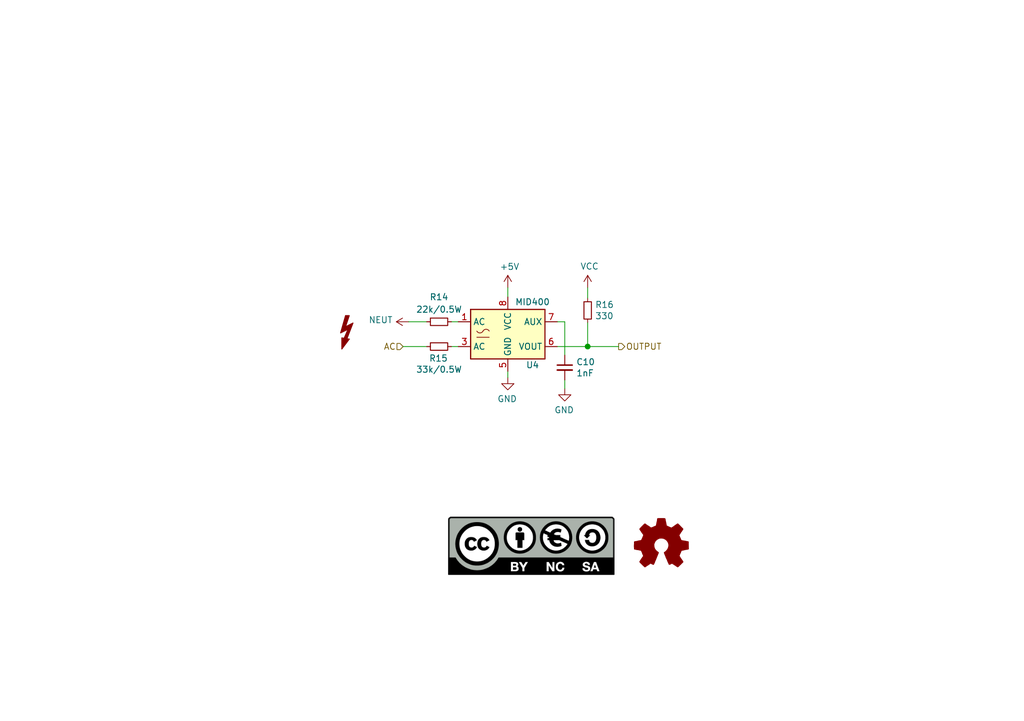
<source format=kicad_sch>
(kicad_sch (version 20201015) (generator eeschema)
  (paper "A5")
  (title_block (title "MadPresso controller") (date "2021-01-08") (rev "1.3"))
  (lib_symbols
    (symbol "Device:C_Small" (pin_numbers hide) (pin_names (offset 0.254) hide)
      (property "Reference" "C" (at 0.254 1.778 0))
      (property "Value" "C_Small" (at 0.254 -2.032 0))
      (symbol "C_Small_0_1"
        (polyline (pts (xy -1.524 -0.508) (xy 1.524 -0.508)) (stroke (width 0.3302)))
        (polyline (pts (xy -1.524 0.508) (xy 1.524 0.508)) (stroke (width 0.3048)))
      )
      (symbol "C_Small_1_1"
        (pin passive line (at 0 2.54 270) (length 2.032) (name "~") (number "1"))
        (pin passive line (at 0 -2.54 90) (length 2.032) (name "~") (number "2"))
      )
    )
    (symbol "Device:R_Small" (pin_numbers hide) (pin_names (offset 0.254) hide)
      (property "Reference" "R" (at 0.762 0.508 0))
      (property "Value" "R_Small" (at 0.762 -1.016 0))
      (symbol "R_Small_0_1"
        (rectangle (start -0.762 1.778) (end 0.762 -1.778) (stroke (width 0.2032)))
      )
      (symbol "R_Small_1_1"
        (pin passive line (at 0 2.54 270) (length 0.762) (name "~") (number "1"))
        (pin passive line (at 0 -2.54 90) (length 0.762) (name "~") (number "2"))
      )
    )
    (symbol "Graphic:Logo_Open_Hardware_Small" (pin_names (offset 1.016))
      (symbol "Logo_Open_Hardware_Small_0_1"
        (polyline (pts (xy 3.3528 -4.3434) (xy 3.302 -4.318) (xy 3.175 -4.2418) (xy 2.9972 -4.1148) (xy 2.7686 -3.9624) (xy 2.54 -3.81) (xy 2.3622 -3.7084) (xy 2.2352 -3.6068) (xy 2.1844 -3.5814) (xy 2.159 -3.6068) (xy 2.0574 -3.6576) (xy 1.905 -3.7338) (xy 1.8034 -3.7846) (xy 1.6764 -3.8354) (xy 1.6002 -3.8354) (xy 1.6002 -3.8354) (xy 1.5494 -3.7338) (xy 1.4732 -3.5306) (xy 1.3462 -3.302) (xy 1.2446 -3.0226) (xy 1.1176 -2.7178) (xy 0.9652 -2.413) (xy 0.8636 -2.1082) (xy 0.7366 -1.8288) (xy 0.6604 -1.6256) (xy 0.6096 -1.4732) (xy 0.5842 -1.397) (xy 0.5842 -1.397) (xy 0.6604 -1.3208) (xy 0.7874 -1.2446) (xy 1.0414 -1.016) (xy 1.2954 -0.6858) (xy 1.4478 -0.3302) (xy 1.524 0.0762) (xy 1.4732 0.4572) (xy 1.3208 0.8128) (xy 1.0668 1.143) (xy 0.762 1.3716) (xy 0.4064 1.524) (xy 0 1.5748) (xy -0.381 1.5494) (xy -0.7366 1.397) (xy -1.0668 1.143) (xy -1.2192 0.9906) (xy -1.397 0.6604) (xy -1.524 0.3048) (xy -1.524 0.2286) (xy -1.4986 -0.1778) (xy -1.397 -0.5334) (xy -1.1938 -0.8636) (xy -0.9144 -1.143) (xy -0.8636 -1.1684) (xy -0.7366 -1.27) (xy -0.635 -1.3462) (xy -0.5842 -1.397) (xy -1.0668 -2.5908) (xy -1.143 -2.794) (xy -1.2954 -3.1242) (xy -1.397 -3.4036) (xy -1.4986 -3.6322) (xy -1.5748 -3.7846) (xy -1.6002 -3.8354) (xy -1.6002 -3.8354) (xy -1.651 -3.8354) (xy -1.7272 -3.81) (xy -1.905 -3.7338) (xy -2.0066 -3.683) (xy -2.1336 -3.6068) (xy -2.2098 -3.5814) (xy -2.2606 -3.6068) (xy -2.3622 -3.683) (xy -2.54 -3.81) (xy -2.7686 -3.9624) (xy -2.9718 -4.0894) (xy -3.1496 -4.2164) (xy -3.302 -4.318) (xy -3.3528 -4.3434) (xy -3.3782 -4.3434) (xy -3.429 -4.318) (xy -3.5306 -4.2164) (xy -3.7084 -4.064) (xy -3.937 -3.8354) (xy -3.9624 -3.81) (xy -4.1656 -3.6068) (xy -4.318 -3.4544) (xy -4.4196 -3.3274) (xy -4.445 -3.2766) (xy -4.445 -3.2766) (xy -4.4196 -3.2258) (xy -4.318 -3.0734) (xy -4.2164 -2.8956) (xy -4.064 -2.667) (xy -3.6576 -2.0828) (xy -3.8862 -1.5494) (xy -3.937 -1.3716) (xy -4.0386 -1.1684) (xy -4.0894 -1.0414) (xy -4.1148 -0.9652) (xy -4.191 -0.9398) (xy -4.318 -0.9144) (xy -4.5466 -0.8636) (xy -4.8006 -0.8128) (xy -5.0546 -0.7874) (xy -5.2578 -0.7366) (xy -5.4356 -0.7112) (xy -5.5118 -0.6858) (xy -5.5118 -0.6858) (xy -5.5372 -0.635) (xy -5.5372 -0.5588) (xy -5.5372 -0.4318) (xy -5.5626 -0.2286) (xy -5.5626 0.0762) (xy -5.5626 0.127) (xy -5.5372 0.4064) (xy -5.5372 0.635) (xy -5.5372 0.762) (xy -5.5372 0.8382) (xy -5.5372 0.8382) (xy -5.461 0.8382) (xy -5.3086 0.889) (xy -5.08 0.9144) (xy -4.826 0.9652) (xy -4.8006 0.9906) (xy -4.5466 1.0414) (xy -4.318 1.0668) (xy -4.1656 1.1176) (xy -4.0894 1.143) (xy -4.0894 1.143) (xy -4.0386 1.2446) (xy -3.9624 1.4224) (xy -3.8608 1.6256) (xy -3.7846 1.8288) (xy -3.7084 2.0066) (xy -3.6576 2.159) (xy -3.6322 2.2098) (xy -3.6322 2.2098) (xy -3.683 2.286) (xy -3.7592 2.413) (xy -3.8862 2.5908) (xy -4.064 2.8194) (xy -4.064 2.8448) (xy -4.2164 3.0734) (xy -4.3434 3.2512) (xy -4.4196 3.3782) (xy -4.445 3.4544) (xy -4.445 3.4544) (xy -4.3942 3.5052) (xy -4.2926 3.6322) (xy -4.1148 3.81) (xy -3.937 4.0132) (xy -3.8608 4.064) (xy -3.6576 4.2926) (xy -3.5052 4.4196) (xy -3.4036 4.4958) (xy -3.3528 4.5212) (xy -3.3528 4.5212) (xy -3.302 4.4704) (xy -3.1496 4.3688) (xy -2.9718 4.2418) (xy -2.7432 4.0894) (xy -2.7178 4.0894) (xy -2.4892 3.937) (xy -2.3114 3.81) (xy -2.1844 3.7084) (xy -2.1336 3.683) (xy -2.1082 3.683) (xy -2.032 3.7084) (xy -1.8542 3.7592) (xy -1.6764 3.8354) (xy -1.4732 3.937) (xy -1.27 4.0132) (xy -1.143 4.064) (xy -1.0668 4.1148) (xy -1.0668 4.1148) (xy -1.0414 4.191) (xy -1.016 4.3434) (xy -0.9652 4.572) (xy -0.9144 4.8514) (xy -0.889 4.9022) (xy -0.8382 5.1562) (xy -0.8128 5.3848) (xy -0.7874 5.5372) (xy -0.762 5.588) (xy -0.7112 5.6134) (xy -0.5842 5.6134) (xy -0.4064 5.6134) (xy -0.1524 5.6134) (xy 0.0762 5.6134) (xy 0.3302 5.6134) (xy 0.5334 5.6134) (xy 0.6858 5.588) (xy 0.7366 5.588) (xy 0.7366 5.588) (xy 0.762 5.5118) (xy 0.8128 5.334) (xy 0.8382 5.1054) (xy 0.9144 4.826) (xy 0.9144 4.7752) (xy 0.9652 4.5212) (xy 1.016 4.2926) (xy 1.0414 4.1402) (xy 1.0668 4.0894) (xy 1.0668 4.0894) (xy 1.1938 4.0386) (xy 1.3716 3.9624) (xy 1.5748 3.8608) (xy 2.0828 3.6576) (xy 2.7178 4.0894) (xy 2.7686 4.1402) (xy 2.9972 4.2926) (xy 3.175 4.4196) (xy 3.302 4.4958) (xy 3.3782 4.5212) (xy 3.3782 4.5212) (xy 3.429 4.4704) (xy 3.556 4.3434) (xy 3.7338 4.191) (xy 3.9116 3.9878) (xy 4.064 3.8354) (xy 4.2418 3.6576) (xy 4.3434 3.556) (xy 4.4196 3.4798) (xy 4.4196 3.429) (xy 4.4196 3.4036) (xy 4.3942 3.3274) (xy 4.2926 3.2004) (xy 4.1656 2.9972) (xy 4.0132 2.794) (xy 3.8862 2.5908) (xy 3.7592 2.3876) (xy 3.6576 2.2352) (xy 3.6322 2.159) (xy 3.6322 2.1336) (xy 3.683 2.0066) (xy 3.7592 1.8288) (xy 3.8608 1.6002) (xy 4.064 1.1176) (xy 4.3942 1.0414) (xy 4.5974 1.016) (xy 4.8768 0.9652) (xy 5.1308 0.9144) (xy 5.5372 0.8382) (xy 5.5626 -0.6604) (xy 5.4864 -0.6858) (xy 5.4356 -0.6858) (xy 5.2832 -0.7366) (xy 5.0546 -0.762) (xy 4.8006 -0.8128) (xy 4.5974 -0.8636) (xy 4.3688 -0.9144) (xy 4.2164 -0.9398) (xy 4.1402 -0.9398) (xy 4.1148 -0.9652) (xy 4.064 -1.0668) (xy 3.9878 -1.2446) (xy 3.9116 -1.4478) (xy 3.81 -1.651) (xy 3.7338 -1.8542) (xy 3.683 -2.0066) (xy 3.6576 -2.0828) (xy 3.683 -2.1336) (xy 3.7846 -2.2606) (xy 3.8862 -2.4638) (xy 4.0386 -2.667) (xy 4.191 -2.8956) (xy 4.318 -3.0734) (xy 4.3942 -3.2004) (xy 4.445 -3.2766) (xy 4.4196 -3.3274) (xy 4.3434 -3.429) (xy 4.1656 -3.5814) (xy 3.937 -3.8354) (xy 3.8862 -3.8608) (xy 3.683 -4.064) (xy 3.5306 -4.2164) (xy 3.4036 -4.318) (xy 3.3528 -4.3434)) (fill (type outline)))
      )
    )
    (symbol "Graphic:SYM_Flash_Small" (pin_names (offset 1.016))
      (symbol "SYM_Flash_Small_0_1"
        (polyline (pts (xy 0.508 -1.016) (xy -1.016 -0.762) (xy -1.016 -3.048) (xy 0.508 -1.016)) (stroke (width 0.2032)) (fill (type outline)))
        (polyline (pts (xy -0.254 3.81) (xy 0.508 3.81) (xy -0.254 1.524) (xy 1.27 2.286) (xy 0 -1.016) (xy -0.508 -0.762) (xy 0.254 1.016) (xy -1.27 0.254) (xy -0.254 3.81)) (stroke (width 0.2032)) (fill (type outline)))
      )
    )
    (symbol "Isolator:MID400"
      (property "Reference" "U" (at 5.715 6.985 0))
      (property "Value" "MID400" (at 5.715 8.89 0))
      (symbol "MID400_0_1"
        (arc (start -6.35 0.635) (end -5.08 0.635) (radius (at -5.715 0.9652) (length 0.7112) (angles -152.5 -27.5)))
        (arc (start -3.81 0.635) (end -5.08 0.635) (radius (at -4.445 0.2794) (length 0.7366) (angles 29.2 150.8)))
        (rectangle (start -7.62 5.08) (end 7.62 -5.08) (stroke (width 0.254)) (fill (type background)))
        (polyline (pts (xy -6.35 -0.635) (xy -3.81 -0.635)))
      )
      (symbol "MID400_1_1"
        (pin input line (at -10.16 2.54 0) (length 2.54) (name "AC") (number "1"))
        (pin unconnected line (at -10.16 0 0) (length 2.54) hide (name "NC") (number "2"))
        (pin input line (at -10.16 -2.54 0) (length 2.54) (name "AC") (number "3"))
        (pin unconnected line (at 10.16 0 180) (length 2.54) hide (name "NC") (number "4"))
        (pin power_in line (at 0 -7.62 90) (length 2.54) (name "GND") (number "5"))
        (pin open_collector line (at 10.16 -2.54 180) (length 2.54) (name "VOUT") (number "6"))
        (pin passive line (at 10.16 2.54 180) (length 2.54) (name "AUX") (number "7"))
        (pin power_in line (at 0 7.62 270) (length 2.54) (name "VCC") (number "8"))
      )
    )
    (symbol "power:+5V" (power) (pin_names (offset 0))
      (property "Value" "+5V" (at 0 3.556 0))
      (symbol "+5V_0_1"
        (polyline (pts (xy -0.762 1.27) (xy 0 2.54)))
        (polyline (pts (xy 0 0) (xy 0 2.54)))
        (polyline (pts (xy 0 2.54) (xy 0.762 1.27)))
      )
      (symbol "+5V_1_1"
        (pin power_in line (at 0 0 90) (length 0) hide (name "+5V") (number "1"))
      )
    )
    (symbol "power:GND" (power) (pin_names (offset 0))
      (property "Value" "GND" (at 0 -3.81 0))
      (symbol "GND_0_1"
        (polyline (pts (xy 0 0) (xy 0 -1.27) (xy 1.27 -1.27) (xy 0 -2.54) (xy -1.27 -1.27) (xy 0 -1.27)))
      )
      (symbol "GND_1_1"
        (pin power_in line (at 0 0 270) (length 0) hide (name "GND") (number "1"))
      )
    )
    (symbol "power:NEUT" (power) (pin_names (offset 0))
      (property "Value" "NEUT" (at 0 3.81 0))
      (symbol "NEUT_0_1"
        (polyline (pts (xy -0.762 1.27) (xy 0 2.54)))
        (polyline (pts (xy 0 0) (xy 0 2.54)))
        (polyline (pts (xy 0 2.54) (xy 0.762 1.27)))
      )
      (symbol "NEUT_1_1"
        (pin power_in line (at 0 0 90) (length 0) hide (name "NEUT") (number "1"))
      )
    )
    (symbol "power:VCC" (power) (pin_names (offset 0))
      (property "Value" "VCC" (at 0 3.81 0))
      (symbol "VCC_0_1"
        (polyline (pts (xy -0.762 1.27) (xy 0 2.54)))
        (polyline (pts (xy 0 0) (xy 0 2.54)))
        (polyline (pts (xy 0 2.54) (xy 0.762 1.27)))
      )
      (symbol "VCC_1_1"
        (pin power_in line (at 0 0 90) (length 0) hide (name "VCC") (number "1"))
      )
    )
  )
  (junction (at 120.523 71.12) (diameter 1.016))
  (wire (pts (xy 82.677 71.12) (xy 87.503 71.12)))
  (wire (pts (xy 83.82 66.04) (xy 87.503 66.04)))
  (wire (pts (xy 92.583 66.04) (xy 93.98 66.04)))
  (wire (pts (xy 92.583 71.12) (xy 93.98 71.12)))
  (wire (pts (xy 104.14 59.055) (xy 104.14 60.96)))
  (wire (pts (xy 104.14 76.2) (xy 104.14 77.47)))
  (wire (pts (xy 114.3 66.04) (xy 115.824 66.04)))
  (wire (pts (xy 114.3 71.12) (xy 120.523 71.12)))
  (wire (pts (xy 115.824 66.04) (xy 115.824 72.898)))
  (wire (pts (xy 115.824 77.978) (xy 115.824 79.756)))
  (wire (pts (xy 120.523 59.055) (xy 120.523 61.1632)))
  (wire (pts (xy 120.523 71.12) (xy 120.523 66.2432)))
  (wire (pts (xy 120.523 71.12) (xy 126.873 71.12)))
  (image (at 108.966 112.014))
  (hierarchical_label "AC" (shape input) (at 82.677 71.12 180))
  (hierarchical_label "OUTPUT" (shape output) (at 126.873 71.12 0))
  (symbol (lib_id "power:NEUT") (at 83.82 66.04 90)
    (property "Reference" "#PWR035" (effects hide))
    (property "Value" "NEUT" (at 80.5688 65.659 90) (effects (justify left)))
  )
  (symbol (lib_id "power:+5V") (at 104.14 59.055 0)
    (property "Reference" "#PWR036" (effects hide))
    (property "Value" "+5V" (at 104.5083 54.7306 0))
  )
  (symbol (lib_id "power:VCC") (at 120.523 59.055 0)
    (property "Reference" "#PWR039" (effects hide))
    (property "Value" "VCC" (at 120.904 54.6608 0))
  )
  (symbol (lib_id "power:GND") (at 104.14 77.47 0) (mirror y)
    (property "Reference" "#PWR037" (effects hide))
    (property "Value" "GND" (at 104.013 81.8642 0))
  )
  (symbol (lib_id "power:GND") (at 115.824 79.756 0) (mirror y)
    (property "Reference" "#PWR038" (effects hide))
    (property "Value" "GND" (at 115.697 84.1502 0))
  )
  (symbol (lib_id "Device:R_Small") (at 90.043 66.04 90)
    (property "Reference" "R14" (at 90.043 60.96 90))
    (property "Value" "22k/0.5W" (at 90.043 63.5 90))
    (property "Footprint" "Resistor_SMD:R_1206_3216Metric_Pad1.30x1.75mm_HandSolder" (effects hide))
  )
  (symbol (lib_id "Device:R_Small") (at 90.043 71.12 90)
    (property "Reference" "R15" (at 89.916 73.533 90))
    (property "Value" "33k/0.5W" (at 90.043 75.819 90))
    (property "Footprint" "Resistor_SMD:R_1206_3216Metric_Pad1.30x1.75mm_HandSolder" (effects hide))
  )
  (symbol (lib_id "Device:R_Small") (at 120.523 63.7032 0)
    (property "Reference" "R16" (at 122.0216 62.5348 0) (effects (justify left)))
    (property "Value" "330" (at 122.0216 64.8462 0) (effects (justify left)))
    (property "Footprint" "Resistor_SMD:R_0603_1608Metric_Pad0.98x0.95mm_HandSolder" (effects hide))
  )
  (symbol (lib_id "Graphic:SYM_Flash_Small") (at 71.12 68.58 0)
    (property "Reference" "#SYM?" (effects hide))
    (property "Value" "SYM_Flash_Small" (effects hide))
  )
  (symbol (lib_id "Device:C_Small") (at 115.824 75.438 0)
    (property "Reference" "C10" (at 118.1482 74.2886 0) (effects (justify left)))
    (property "Value" "1nF" (at 118.1608 76.581 0) (effects (justify left)))
    (property "Footprint" "Capacitor_SMD:C_0603_1608Metric_Pad1.08x0.95mm_HandSolder" (effects hide))
  )
  (symbol (lib_id "Graphic:Logo_Open_Hardware_Small") (at 135.636 112.014 0)
    (property "Reference" "#LOGO?" (effects hide))
    (property "Value" "Logo_Open_Hardware_Small" (effects hide))
  )
  (symbol (lib_id "Isolator:MID400") (at 104.14 68.58 0)
    (property "Reference" "U4" (at 109.22 74.9108 0))
    (property "Value" "MID400" (at 109.22 61.9695 0))
    (property "Footprint" "Package_DIP:SMDIP-8_W9.53mm" (effects hide))
    (property "Datasheet" "https://www.onsemi.com/pub/Collateral/MID400-D.pdf" (effects hide))
  )
)
</source>
